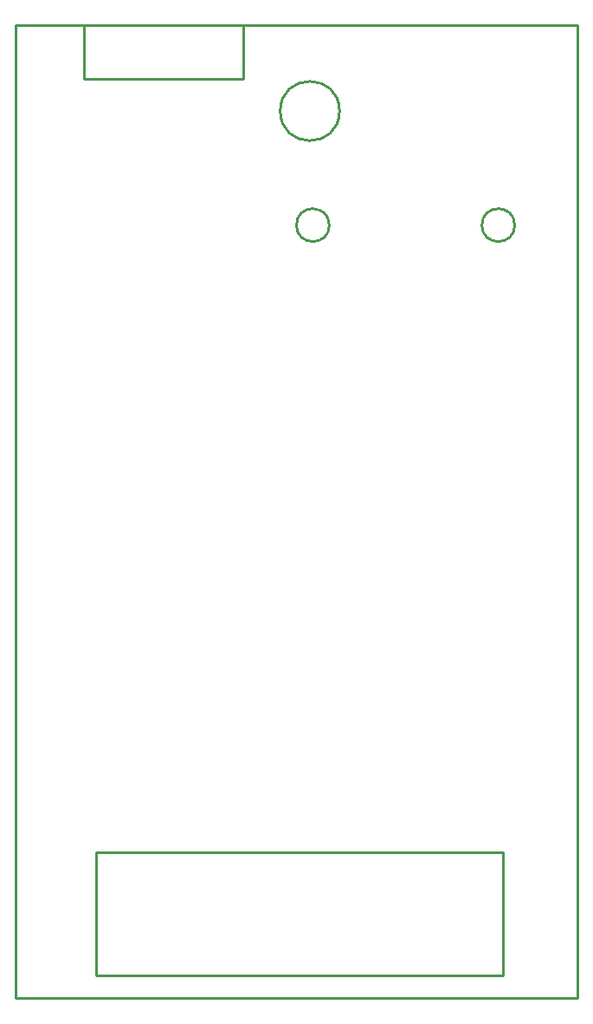
<source format=gbr>
%TF.GenerationSoftware,Altium Limited,Altium Designer,24.8.2 (39)*%
G04 Layer_Color=32768*
%FSLAX45Y45*%
%MOMM*%
%TF.SameCoordinates,D8EE9CDC-4DC5-4C35-8617-846F55785806*%
%TF.FilePolarity,Positive*%
%TF.FileFunction,Other,Mechanical_3*%
%TF.Part,Single*%
G01*
G75*
%TA.AperFunction,NonConductor*%
%ADD10C,0.25400*%
D10*
X3170000Y8664503D02*
G03*
X3170000Y8664503I-289992J0D01*
G01*
X4883249Y7549999D02*
G03*
X4883249Y7549999I-160774J0D01*
G01*
X3069666Y7550004D02*
G03*
X3069666Y7550004I-160783J0D01*
G01*
X0Y0D02*
X5500000D01*
X0Y9500000D02*
X5500000D01*
Y0D02*
Y9500000D01*
X0Y0D02*
Y9500000D01*
X673553Y8976582D02*
X2229553D01*
X673553Y9500000D02*
X2229553D01*
Y8976582D02*
Y9500000D01*
X673553Y8976582D02*
Y9500000D01*
X785320Y226133D02*
X4765000D01*
X785320Y1426603D02*
X4765000D01*
Y226133D02*
Y1426603D01*
X785320Y226133D02*
Y1426603D01*
%TF.MD5,60498380f484977fafe8562629cbd9c2*%
M02*

</source>
